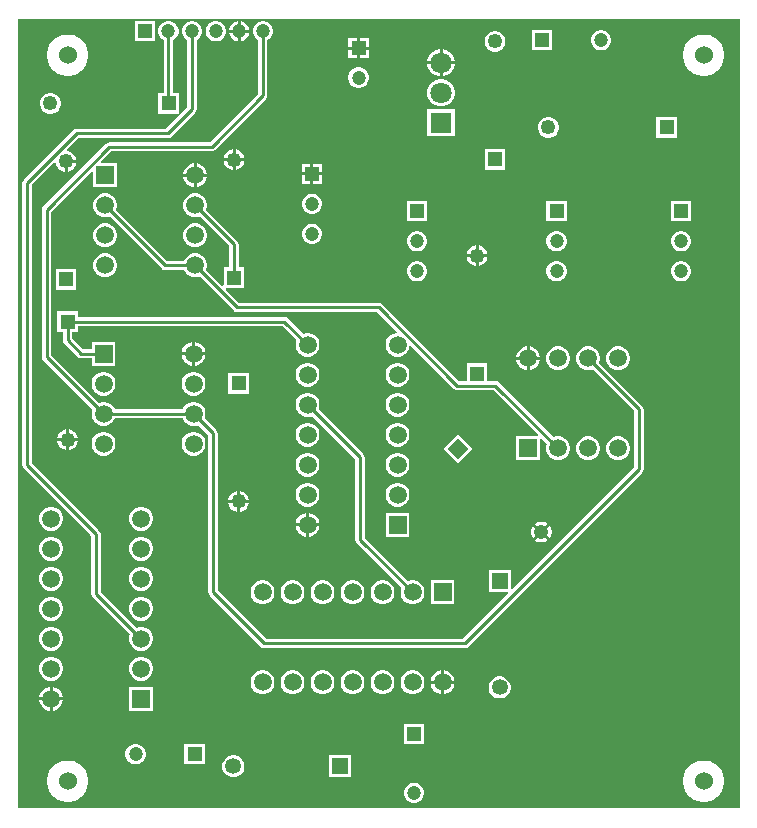
<source format=gbr>
%TF.GenerationSoftware,Altium Limited,Altium Designer,25.1.2 (22)*%
G04 Layer_Physical_Order=1*
G04 Layer_Color=255*
%FSLAX45Y45*%
%MOMM*%
%TF.SameCoordinates,048E6D36-8505-433D-A829-9FA65E1B61E1*%
%TF.FilePolarity,Positive*%
%TF.FileFunction,Copper,L1,Top,Signal*%
%TF.Part,Single*%
G01*
G75*
%TA.AperFunction,Conductor*%
%ADD10C,0.25400*%
%TA.AperFunction,ComponentPad*%
%ADD11C,1.25000*%
%ADD12R,1.25000X1.25000*%
%ADD13C,1.20000*%
%ADD14R,1.20000X1.20000*%
%ADD15C,1.50000*%
%ADD16R,1.50000X1.50000*%
%ADD17R,1.25000X1.25000*%
%ADD18P,1.76777X4X360.0*%
%ADD19R,1.50000X1.50000*%
%TA.AperFunction,ViaPad*%
%ADD20C,1.52400*%
%TA.AperFunction,ComponentPad*%
%ADD21R,1.20000X1.20000*%
%ADD22R,1.80000X1.80000*%
%ADD23C,1.80000*%
%ADD24R,1.35000X1.35000*%
%ADD25C,1.35000*%
%ADD26R,1.35000X1.35000*%
G36*
X6172200Y165100D02*
X63500D01*
Y5969000D01*
Y6845300D01*
X6172200D01*
Y165100D01*
D02*
G37*
%LPC*%
G36*
X1949400Y6828709D02*
Y6756400D01*
X2021709D01*
X2016280Y6776663D01*
X2005037Y6796137D01*
X1989137Y6812037D01*
X1969663Y6823280D01*
X1949400Y6828709D01*
D02*
G37*
G36*
X1924000D02*
X1903737Y6823280D01*
X1884263Y6812037D01*
X1868363Y6796137D01*
X1857120Y6776663D01*
X1851690Y6756400D01*
X1924000D01*
Y6828709D01*
D02*
G37*
G36*
X2021709Y6731000D02*
X1949400D01*
Y6658691D01*
X1969663Y6664120D01*
X1989137Y6675363D01*
X2005037Y6691263D01*
X2016280Y6710737D01*
X2021709Y6731000D01*
D02*
G37*
G36*
X1924000D02*
X1851690D01*
X1857120Y6710737D01*
X1868363Y6691263D01*
X1884263Y6675363D01*
X1903737Y6664120D01*
X1924000Y6658691D01*
Y6731000D01*
D02*
G37*
G36*
X1747943Y6829100D02*
X1725457D01*
X1703737Y6823280D01*
X1684263Y6812037D01*
X1668363Y6796137D01*
X1657120Y6776663D01*
X1651300Y6754943D01*
Y6732457D01*
X1657120Y6710737D01*
X1668363Y6691263D01*
X1684263Y6675363D01*
X1703737Y6664120D01*
X1725457Y6658300D01*
X1747943D01*
X1769663Y6664120D01*
X1789137Y6675363D01*
X1805037Y6691263D01*
X1816280Y6710737D01*
X1822100Y6732457D01*
Y6754943D01*
X1816280Y6776663D01*
X1805037Y6796137D01*
X1789137Y6812037D01*
X1769663Y6823280D01*
X1747943Y6829100D01*
D02*
G37*
G36*
X1222100D02*
X1051300D01*
Y6658300D01*
X1222100D01*
Y6829100D01*
D02*
G37*
G36*
X3031800Y6687398D02*
X2959100D01*
Y6614698D01*
X3031800D01*
Y6687398D01*
D02*
G37*
G36*
X2933700D02*
X2861000D01*
Y6614698D01*
X2933700D01*
Y6687398D01*
D02*
G37*
G36*
X5011042Y6752900D02*
X4988556D01*
X4966836Y6747080D01*
X4947362Y6735837D01*
X4931462Y6719937D01*
X4920219Y6700463D01*
X4914399Y6678743D01*
Y6656257D01*
X4920219Y6634537D01*
X4931462Y6615063D01*
X4947362Y6599163D01*
X4966836Y6587920D01*
X4988556Y6582100D01*
X5011042D01*
X5032762Y6587920D01*
X5052236Y6599163D01*
X5068136Y6615063D01*
X5079379Y6634537D01*
X5085199Y6656257D01*
Y6678743D01*
X5079379Y6700463D01*
X5068136Y6719937D01*
X5052236Y6735837D01*
X5032762Y6747080D01*
X5011042Y6752900D01*
D02*
G37*
G36*
X4585200D02*
X4414400D01*
Y6582100D01*
X4585200D01*
Y6752900D01*
D02*
G37*
G36*
X4113672Y6747400D02*
X4090528D01*
X4068172Y6741410D01*
X4048128Y6729837D01*
X4031763Y6713472D01*
X4020190Y6693428D01*
X4014200Y6671072D01*
Y6647928D01*
X4020190Y6625572D01*
X4031763Y6605528D01*
X4048128Y6589163D01*
X4068172Y6577590D01*
X4090528Y6571600D01*
X4113672D01*
X4136028Y6577590D01*
X4156072Y6589163D01*
X4172437Y6605528D01*
X4184010Y6625572D01*
X4190000Y6647928D01*
Y6671072D01*
X4184010Y6693428D01*
X4172437Y6713472D01*
X4156072Y6729837D01*
X4136028Y6741410D01*
X4113672Y6747400D01*
D02*
G37*
G36*
X3031800Y6589298D02*
X2959100D01*
Y6516599D01*
X3031800D01*
Y6589298D01*
D02*
G37*
G36*
X2933700D02*
X2861000D01*
Y6516599D01*
X2933700D01*
Y6589298D01*
D02*
G37*
G36*
X3660093Y6592400D02*
X3657600D01*
Y6489700D01*
X3760300D01*
Y6492193D01*
X3752435Y6521543D01*
X3737243Y6547857D01*
X3715757Y6569343D01*
X3689443Y6584536D01*
X3660093Y6592400D01*
D02*
G37*
G36*
X3632200D02*
X3629707D01*
X3600357Y6584536D01*
X3574043Y6569343D01*
X3552557Y6547857D01*
X3537365Y6521543D01*
X3529500Y6492193D01*
Y6489700D01*
X3632200D01*
Y6592400D01*
D02*
G37*
G36*
X5884675Y6715900D02*
X5850125D01*
X5816238Y6709159D01*
X5784317Y6695937D01*
X5755589Y6676742D01*
X5731158Y6652311D01*
X5711963Y6623583D01*
X5698741Y6591662D01*
X5692000Y6557775D01*
Y6523225D01*
X5698741Y6489338D01*
X5711963Y6457417D01*
X5731158Y6428689D01*
X5755589Y6404258D01*
X5784317Y6385063D01*
X5816238Y6371841D01*
X5850125Y6365100D01*
X5884675D01*
X5918562Y6371841D01*
X5950483Y6385063D01*
X5979211Y6404258D01*
X6003642Y6428689D01*
X6022837Y6457417D01*
X6036059Y6489338D01*
X6042800Y6523225D01*
Y6557775D01*
X6036059Y6591662D01*
X6022837Y6623583D01*
X6003642Y6652311D01*
X5979211Y6676742D01*
X5950483Y6695937D01*
X5918562Y6709159D01*
X5884675Y6715900D01*
D02*
G37*
G36*
X499875D02*
X465325D01*
X431438Y6709159D01*
X399517Y6695937D01*
X370789Y6676742D01*
X346358Y6652311D01*
X327163Y6623583D01*
X313941Y6591662D01*
X307200Y6557775D01*
Y6523225D01*
X313941Y6489338D01*
X327163Y6457417D01*
X346358Y6428689D01*
X370789Y6404258D01*
X399517Y6385063D01*
X431438Y6371841D01*
X465325Y6365100D01*
X499875D01*
X533762Y6371841D01*
X565683Y6385063D01*
X594411Y6404258D01*
X618842Y6428689D01*
X638037Y6457417D01*
X651259Y6489338D01*
X658000Y6523225D01*
Y6557775D01*
X651259Y6591662D01*
X638037Y6623583D01*
X618842Y6652311D01*
X594411Y6676742D01*
X565683Y6695937D01*
X533762Y6709159D01*
X499875Y6715900D01*
D02*
G37*
G36*
X3760300Y6464300D02*
X3657600D01*
Y6361600D01*
X3660093D01*
X3689443Y6369465D01*
X3715757Y6384658D01*
X3737243Y6406143D01*
X3752435Y6432458D01*
X3760300Y6461807D01*
Y6464300D01*
D02*
G37*
G36*
X3632200D02*
X3529500D01*
Y6461807D01*
X3537365Y6432458D01*
X3552557Y6406143D01*
X3574043Y6384658D01*
X3600357Y6369465D01*
X3629707Y6361600D01*
X3632200D01*
Y6464300D01*
D02*
G37*
G36*
X2957643Y6437401D02*
X2935157D01*
X2913437Y6431581D01*
X2893963Y6420338D01*
X2878063Y6404438D01*
X2866820Y6384965D01*
X2861000Y6363245D01*
Y6340758D01*
X2866820Y6319038D01*
X2878063Y6299565D01*
X2893963Y6283665D01*
X2913437Y6272422D01*
X2935157Y6266602D01*
X2957643D01*
X2979363Y6272422D01*
X2998837Y6283665D01*
X3014737Y6299565D01*
X3025980Y6319038D01*
X3031800Y6340758D01*
Y6363245D01*
X3025980Y6384965D01*
X3014737Y6404438D01*
X2998837Y6420338D01*
X2979363Y6431581D01*
X2957643Y6437401D01*
D02*
G37*
G36*
X3660093Y6338400D02*
X3629707D01*
X3600357Y6330536D01*
X3574043Y6315343D01*
X3552557Y6293857D01*
X3537365Y6267543D01*
X3529500Y6238193D01*
Y6207807D01*
X3537365Y6178458D01*
X3552557Y6152143D01*
X3574043Y6130658D01*
X3600357Y6115465D01*
X3629707Y6107600D01*
X3660093D01*
X3689443Y6115465D01*
X3715757Y6130658D01*
X3737243Y6152143D01*
X3752435Y6178458D01*
X3760300Y6207807D01*
Y6238193D01*
X3752435Y6267543D01*
X3737243Y6293857D01*
X3715757Y6315343D01*
X3689443Y6330536D01*
X3660093Y6338400D01*
D02*
G37*
G36*
X1347943Y6829100D02*
X1325457D01*
X1303737Y6823280D01*
X1284263Y6812037D01*
X1268363Y6796137D01*
X1257120Y6776663D01*
X1251300Y6754943D01*
Y6732457D01*
X1257120Y6710737D01*
X1268363Y6691263D01*
X1284263Y6675363D01*
X1297854Y6667517D01*
Y6222000D01*
X1250300D01*
Y6046200D01*
X1426100D01*
Y6222000D01*
X1375547D01*
Y6667517D01*
X1389137Y6675363D01*
X1405037Y6691263D01*
X1416280Y6710737D01*
X1422100Y6732457D01*
Y6754943D01*
X1416280Y6776663D01*
X1405037Y6796137D01*
X1389137Y6812037D01*
X1369663Y6823280D01*
X1347943Y6829100D01*
D02*
G37*
G36*
X349772Y6222000D02*
X326628D01*
X304272Y6216010D01*
X284228Y6204437D01*
X267863Y6188072D01*
X256290Y6168028D01*
X250300Y6145672D01*
Y6122528D01*
X256290Y6100172D01*
X267863Y6080128D01*
X284228Y6063763D01*
X304272Y6052190D01*
X326628Y6046200D01*
X349772D01*
X372128Y6052190D01*
X392172Y6063763D01*
X408537Y6080128D01*
X420110Y6100172D01*
X426100Y6122528D01*
Y6145672D01*
X420110Y6168028D01*
X408537Y6188072D01*
X392172Y6204437D01*
X372128Y6216010D01*
X349772Y6222000D01*
D02*
G37*
G36*
X3760300Y6084400D02*
X3529500D01*
Y5853600D01*
X3760300D01*
Y6084400D01*
D02*
G37*
G36*
X5642499Y6018800D02*
X5466699D01*
Y5843000D01*
X5642499D01*
Y6018800D01*
D02*
G37*
G36*
X4566173D02*
X4543029D01*
X4520673Y6012810D01*
X4500629Y6001237D01*
X4484264Y5984872D01*
X4472691Y5964828D01*
X4466701Y5942472D01*
Y5919328D01*
X4472691Y5896972D01*
X4484264Y5876928D01*
X4500629Y5860563D01*
X4520673Y5848990D01*
X4543029Y5843000D01*
X4566173D01*
X4588529Y5848990D01*
X4608573Y5860563D01*
X4624938Y5876928D01*
X4636511Y5896972D01*
X4642501Y5919328D01*
Y5942472D01*
X4636511Y5964828D01*
X4624938Y5984872D01*
X4608573Y6001237D01*
X4588529Y6012810D01*
X4566173Y6018800D01*
D02*
G37*
G36*
X1905000Y5743798D02*
Y5668900D01*
X1979898D01*
X1974210Y5690128D01*
X1962637Y5710172D01*
X1946272Y5726537D01*
X1926228Y5738110D01*
X1905000Y5743798D01*
D02*
G37*
G36*
X1879600D02*
X1858372Y5738110D01*
X1838328Y5726537D01*
X1821963Y5710172D01*
X1810390Y5690128D01*
X1804702Y5668900D01*
X1879600D01*
Y5743798D01*
D02*
G37*
G36*
X4190000Y5747402D02*
X4014200D01*
Y5571602D01*
X4190000D01*
Y5747402D01*
D02*
G37*
G36*
X1979898Y5643500D02*
X1905000D01*
Y5568602D01*
X1926228Y5574290D01*
X1946272Y5585863D01*
X1962637Y5602228D01*
X1974210Y5622272D01*
X1979898Y5643500D01*
D02*
G37*
G36*
X1879600D02*
X1804702D01*
X1810390Y5622272D01*
X1821963Y5602228D01*
X1838328Y5585863D01*
X1858372Y5574290D01*
X1879600Y5568602D01*
Y5643500D01*
D02*
G37*
G36*
X557498Y5630800D02*
X482600D01*
Y5555902D01*
X503828Y5561590D01*
X523872Y5573163D01*
X540237Y5589528D01*
X551810Y5609572D01*
X557498Y5630800D01*
D02*
G37*
G36*
X1547943Y6829100D02*
X1525457D01*
X1503737Y6823280D01*
X1484263Y6812037D01*
X1468363Y6796137D01*
X1457120Y6776663D01*
X1451300Y6754943D01*
Y6732457D01*
X1457120Y6710737D01*
X1468363Y6691263D01*
X1484263Y6675363D01*
X1497853Y6667517D01*
Y6099391D01*
X1317409Y5918947D01*
X558800D01*
X543934Y5915989D01*
X531331Y5907569D01*
X112231Y5488469D01*
X103811Y5475866D01*
X100853Y5461000D01*
Y3073400D01*
X103811Y3058534D01*
X112231Y3045931D01*
X685053Y2473109D01*
Y1981200D01*
X688011Y1966334D01*
X696431Y1953731D01*
X1011314Y1638849D01*
X1004500Y1613418D01*
Y1586982D01*
X1011342Y1561447D01*
X1024560Y1538553D01*
X1043253Y1519860D01*
X1066147Y1506642D01*
X1091682Y1499800D01*
X1118118D01*
X1143653Y1506642D01*
X1166547Y1519860D01*
X1185240Y1538553D01*
X1198458Y1561447D01*
X1205300Y1586982D01*
Y1613418D01*
X1198458Y1638953D01*
X1185240Y1661847D01*
X1166547Y1680540D01*
X1143653Y1693758D01*
X1118118Y1700600D01*
X1091682D01*
X1066251Y1693786D01*
X762747Y1997291D01*
Y2489200D01*
X759789Y2504066D01*
X751369Y2516669D01*
X178547Y3089491D01*
Y5444909D01*
X370378Y5636741D01*
X375337Y5634688D01*
X382322Y5630725D01*
X387990Y5609572D01*
X399563Y5589528D01*
X415928Y5573163D01*
X435972Y5561590D01*
X457200Y5555902D01*
Y5643500D01*
X469900D01*
Y5656200D01*
X557498D01*
X551810Y5677428D01*
X540237Y5697472D01*
X523872Y5713837D01*
X503828Y5725410D01*
X482675Y5731078D01*
X478712Y5738063D01*
X476659Y5743022D01*
X574891Y5841253D01*
X1333500D01*
X1348366Y5844211D01*
X1360969Y5852631D01*
X1564169Y6055831D01*
X1572589Y6068434D01*
X1575547Y6083300D01*
Y6667517D01*
X1589137Y6675363D01*
X1605037Y6691263D01*
X1616280Y6710737D01*
X1622100Y6732457D01*
Y6754943D01*
X1616280Y6776663D01*
X1605037Y6796137D01*
X1589137Y6812037D01*
X1569663Y6823280D01*
X1547943Y6829100D01*
D02*
G37*
G36*
X2637600Y5622600D02*
X2564900D01*
Y5549900D01*
X2637600D01*
Y5622600D01*
D02*
G37*
G36*
X2539500D02*
X2466800D01*
Y5549900D01*
X2539500D01*
Y5622600D01*
D02*
G37*
G36*
X1575318Y5624900D02*
X1574800D01*
Y5537200D01*
X1662500D01*
Y5537718D01*
X1655658Y5563253D01*
X1642440Y5586147D01*
X1623747Y5604840D01*
X1600853Y5618058D01*
X1575318Y5624900D01*
D02*
G37*
G36*
X1549400D02*
X1548882D01*
X1523347Y5618058D01*
X1500453Y5604840D01*
X1481760Y5586147D01*
X1468542Y5563253D01*
X1461700Y5537718D01*
Y5537200D01*
X1549400D01*
Y5624900D01*
D02*
G37*
G36*
X2637600Y5524500D02*
X2564900D01*
Y5451800D01*
X2637600D01*
Y5524500D01*
D02*
G37*
G36*
X2539500D02*
X2466800D01*
Y5451800D01*
X2539500D01*
Y5524500D01*
D02*
G37*
G36*
X1662500Y5511800D02*
X1574800D01*
Y5424100D01*
X1575318D01*
X1600853Y5430942D01*
X1623747Y5444160D01*
X1642440Y5462853D01*
X1655658Y5485747D01*
X1662500Y5511282D01*
Y5511800D01*
D02*
G37*
G36*
X1549400D02*
X1461700D01*
Y5511282D01*
X1468542Y5485747D01*
X1481760Y5462853D01*
X1500453Y5444160D01*
X1523347Y5430942D01*
X1548882Y5424100D01*
X1549400D01*
Y5511800D01*
D02*
G37*
G36*
X2147943Y6829100D02*
X2125457D01*
X2103737Y6823280D01*
X2084263Y6812037D01*
X2068363Y6796137D01*
X2057120Y6776663D01*
X2051300Y6754943D01*
Y6732457D01*
X2057120Y6710737D01*
X2068363Y6691263D01*
X2084263Y6675363D01*
X2097854Y6667517D01*
Y6216791D01*
X1685709Y5804647D01*
X837518D01*
X822652Y5801689D01*
X810050Y5793269D01*
X277331Y5260550D01*
X268911Y5247948D01*
X265953Y5233082D01*
Y3987800D01*
X268911Y3972934D01*
X277331Y3960331D01*
X693814Y3543849D01*
X687000Y3518418D01*
Y3491982D01*
X693842Y3466447D01*
X707060Y3443553D01*
X725753Y3424860D01*
X748647Y3411642D01*
X774182Y3404800D01*
X800618D01*
X826153Y3411642D01*
X849047Y3424860D01*
X867740Y3443553D01*
X880904Y3466353D01*
X1455896D01*
X1469060Y3443553D01*
X1487753Y3424860D01*
X1510647Y3411642D01*
X1536182Y3404800D01*
X1562618D01*
X1588049Y3411614D01*
X1675653Y3324009D01*
Y1993900D01*
X1678611Y1979034D01*
X1687031Y1966431D01*
X2118831Y1534631D01*
X2131434Y1526211D01*
X2146300Y1523253D01*
X3848100D01*
X3862966Y1526211D01*
X3875569Y1534631D01*
X5348769Y3007831D01*
X5357189Y3020434D01*
X5360147Y3035300D01*
Y3543300D01*
X5357189Y3558166D01*
X5348769Y3570769D01*
X4983086Y3936451D01*
X4989900Y3961882D01*
Y3988318D01*
X4983058Y4013853D01*
X4969840Y4036747D01*
X4951147Y4055440D01*
X4928253Y4068658D01*
X4902718Y4075500D01*
X4876282D01*
X4850747Y4068658D01*
X4827853Y4055440D01*
X4809160Y4036747D01*
X4795942Y4013853D01*
X4789100Y3988318D01*
Y3961882D01*
X4795942Y3936347D01*
X4809160Y3913453D01*
X4827853Y3894760D01*
X4850747Y3881542D01*
X4876282Y3874700D01*
X4902718D01*
X4928149Y3881514D01*
X5282453Y3527209D01*
Y3051391D01*
X4244833Y2013770D01*
X4233100Y2018631D01*
Y2181202D01*
X4047300D01*
Y1995402D01*
X4209871D01*
X4214731Y1983668D01*
X3832009Y1600947D01*
X2162391D01*
X1753347Y2009991D01*
Y3340100D01*
X1750389Y3354966D01*
X1741969Y3367569D01*
X1642986Y3466551D01*
X1649800Y3491982D01*
Y3518418D01*
X1642958Y3543953D01*
X1629740Y3566847D01*
X1611047Y3585540D01*
X1588153Y3598758D01*
X1562618Y3605600D01*
X1536182D01*
X1510647Y3598758D01*
X1487753Y3585540D01*
X1469060Y3566847D01*
X1455896Y3544047D01*
X880904D01*
X867740Y3566847D01*
X849047Y3585540D01*
X826153Y3598758D01*
X800618Y3605600D01*
X774182D01*
X748751Y3598786D01*
X343647Y4003891D01*
Y5216991D01*
X687967Y5561311D01*
X699700Y5556451D01*
Y5424100D01*
X900500D01*
Y5624900D01*
X768149D01*
X763289Y5636633D01*
X853609Y5726953D01*
X1701800D01*
X1716666Y5729911D01*
X1729269Y5738331D01*
X2164169Y6173231D01*
X2172590Y6185834D01*
X2175547Y6200700D01*
Y6667517D01*
X2189137Y6675363D01*
X2205037Y6691263D01*
X2216280Y6710737D01*
X2222100Y6732457D01*
Y6754943D01*
X2216280Y6776663D01*
X2205037Y6796137D01*
X2189137Y6812037D01*
X2169663Y6823280D01*
X2147943Y6829100D01*
D02*
G37*
G36*
X2563443Y5368600D02*
X2540957D01*
X2519237Y5362780D01*
X2499763Y5351537D01*
X2483863Y5335637D01*
X2472620Y5316163D01*
X2466800Y5294443D01*
Y5271957D01*
X2472620Y5250237D01*
X2483863Y5230763D01*
X2499763Y5214863D01*
X2519237Y5203620D01*
X2540957Y5197800D01*
X2563443D01*
X2585163Y5203620D01*
X2604637Y5214863D01*
X2620537Y5230763D01*
X2631780Y5250237D01*
X2637600Y5271957D01*
Y5294443D01*
X2631780Y5316163D01*
X2620537Y5335637D01*
X2604637Y5351537D01*
X2585163Y5362780D01*
X2563443Y5368600D01*
D02*
G37*
G36*
X5762300Y5305100D02*
X5591500D01*
Y5134300D01*
X5762300D01*
Y5305100D01*
D02*
G37*
G36*
X4708200D02*
X4537400D01*
Y5134300D01*
X4708200D01*
Y5305100D01*
D02*
G37*
G36*
X3526602D02*
X3355802D01*
Y5134300D01*
X3526602D01*
Y5305100D01*
D02*
G37*
G36*
X2563443Y5114600D02*
X2540957D01*
X2519237Y5108780D01*
X2499763Y5097537D01*
X2483863Y5081637D01*
X2472620Y5062163D01*
X2466800Y5040443D01*
Y5017957D01*
X2472620Y4996237D01*
X2483863Y4976763D01*
X2499763Y4960863D01*
X2519237Y4949620D01*
X2540957Y4943800D01*
X2563443D01*
X2585163Y4949620D01*
X2604637Y4960863D01*
X2620537Y4976763D01*
X2631780Y4996237D01*
X2637600Y5017957D01*
Y5040443D01*
X2631780Y5062163D01*
X2620537Y5081637D01*
X2604637Y5097537D01*
X2585163Y5108780D01*
X2563443Y5114600D01*
D02*
G37*
G36*
X1575318Y5116900D02*
X1548882D01*
X1523347Y5110058D01*
X1500453Y5096840D01*
X1481760Y5078147D01*
X1468542Y5055253D01*
X1461700Y5029718D01*
Y5003282D01*
X1468542Y4977747D01*
X1481760Y4954853D01*
X1500453Y4936160D01*
X1523347Y4922942D01*
X1548882Y4916100D01*
X1575318D01*
X1600853Y4922942D01*
X1623747Y4936160D01*
X1642440Y4954853D01*
X1655658Y4977747D01*
X1662500Y5003282D01*
Y5029718D01*
X1655658Y5055253D01*
X1642440Y5078147D01*
X1623747Y5096840D01*
X1600853Y5110058D01*
X1575318Y5116900D01*
D02*
G37*
G36*
X813318D02*
X786882D01*
X761347Y5110058D01*
X738453Y5096840D01*
X719760Y5078147D01*
X706542Y5055253D01*
X699700Y5029718D01*
Y5003282D01*
X706542Y4977747D01*
X719760Y4954853D01*
X738453Y4936160D01*
X761347Y4922942D01*
X786882Y4916100D01*
X813318D01*
X838853Y4922942D01*
X861747Y4936160D01*
X880440Y4954853D01*
X893658Y4977747D01*
X900500Y5003282D01*
Y5029718D01*
X893658Y5055253D01*
X880440Y5078147D01*
X861747Y5096840D01*
X838853Y5110058D01*
X813318Y5116900D01*
D02*
G37*
G36*
X5688143Y5051100D02*
X5665657D01*
X5643937Y5045280D01*
X5624463Y5034037D01*
X5608563Y5018137D01*
X5597320Y4998663D01*
X5591500Y4976943D01*
Y4954457D01*
X5597320Y4932737D01*
X5608563Y4913263D01*
X5624463Y4897363D01*
X5643937Y4886120D01*
X5665657Y4880300D01*
X5688143D01*
X5709863Y4886120D01*
X5729337Y4897363D01*
X5745237Y4913263D01*
X5756480Y4932737D01*
X5762300Y4954457D01*
Y4976943D01*
X5756480Y4998663D01*
X5745237Y5018137D01*
X5729337Y5034037D01*
X5709863Y5045280D01*
X5688143Y5051100D01*
D02*
G37*
G36*
X4634043D02*
X4611557D01*
X4589837Y5045280D01*
X4570363Y5034037D01*
X4554463Y5018137D01*
X4543220Y4998663D01*
X4537400Y4976943D01*
Y4954457D01*
X4543220Y4932737D01*
X4554463Y4913263D01*
X4570363Y4897363D01*
X4589837Y4886120D01*
X4611557Y4880300D01*
X4634043D01*
X4655763Y4886120D01*
X4675237Y4897363D01*
X4691137Y4913263D01*
X4702380Y4932737D01*
X4708200Y4954457D01*
Y4976943D01*
X4702380Y4998663D01*
X4691137Y5018137D01*
X4675237Y5034037D01*
X4655763Y5045280D01*
X4634043Y5051100D01*
D02*
G37*
G36*
X3452445D02*
X3429959D01*
X3408239Y5045280D01*
X3388765Y5034037D01*
X3372865Y5018137D01*
X3361622Y4998663D01*
X3355802Y4976943D01*
Y4954457D01*
X3361622Y4932737D01*
X3372865Y4913263D01*
X3388765Y4897363D01*
X3408239Y4886120D01*
X3429959Y4880300D01*
X3452445D01*
X3474165Y4886120D01*
X3493639Y4897363D01*
X3509539Y4913263D01*
X3520782Y4932737D01*
X3526602Y4954457D01*
Y4976943D01*
X3520782Y4998663D01*
X3509539Y5018137D01*
X3493639Y5034037D01*
X3474165Y5045280D01*
X3452445Y5051100D01*
D02*
G37*
G36*
X3962400Y4930998D02*
Y4856100D01*
X4037298D01*
X4031610Y4877328D01*
X4020037Y4897372D01*
X4003672Y4913737D01*
X3983628Y4925310D01*
X3962400Y4930998D01*
D02*
G37*
G36*
X3937000D02*
X3915772Y4925310D01*
X3895728Y4913737D01*
X3879363Y4897372D01*
X3867790Y4877328D01*
X3862102Y4856100D01*
X3937000D01*
Y4930998D01*
D02*
G37*
G36*
X4037298Y4830700D02*
X3962400D01*
Y4755802D01*
X3983628Y4761490D01*
X4003672Y4773063D01*
X4020037Y4789428D01*
X4031610Y4809472D01*
X4037298Y4830700D01*
D02*
G37*
G36*
X3937000D02*
X3862102D01*
X3867790Y4809472D01*
X3879363Y4789428D01*
X3895728Y4773063D01*
X3915772Y4761490D01*
X3937000Y4755802D01*
Y4830700D01*
D02*
G37*
G36*
X813318Y4862900D02*
X786882D01*
X761347Y4856058D01*
X738453Y4842840D01*
X719760Y4824147D01*
X706542Y4801253D01*
X699700Y4775718D01*
Y4749282D01*
X706542Y4723747D01*
X719760Y4700853D01*
X738453Y4682160D01*
X761347Y4668942D01*
X786882Y4662100D01*
X813318D01*
X838853Y4668942D01*
X861747Y4682160D01*
X880440Y4700853D01*
X893658Y4723747D01*
X900500Y4749282D01*
Y4775718D01*
X893658Y4801253D01*
X880440Y4824147D01*
X861747Y4842840D01*
X838853Y4856058D01*
X813318Y4862900D01*
D02*
G37*
G36*
X5688143Y4797100D02*
X5665657D01*
X5643937Y4791280D01*
X5624463Y4780037D01*
X5608563Y4764137D01*
X5597320Y4744663D01*
X5591500Y4722943D01*
Y4700457D01*
X5597320Y4678737D01*
X5608563Y4659263D01*
X5624463Y4643363D01*
X5643937Y4632120D01*
X5665657Y4626300D01*
X5688143D01*
X5709863Y4632120D01*
X5729337Y4643363D01*
X5745237Y4659263D01*
X5756480Y4678737D01*
X5762300Y4700457D01*
Y4722943D01*
X5756480Y4744663D01*
X5745237Y4764137D01*
X5729337Y4780037D01*
X5709863Y4791280D01*
X5688143Y4797100D01*
D02*
G37*
G36*
X4634043D02*
X4611557D01*
X4589837Y4791280D01*
X4570363Y4780037D01*
X4554463Y4764137D01*
X4543220Y4744663D01*
X4537400Y4722943D01*
Y4700457D01*
X4543220Y4678737D01*
X4554463Y4659263D01*
X4570363Y4643363D01*
X4589837Y4632120D01*
X4611557Y4626300D01*
X4634043D01*
X4655763Y4632120D01*
X4675237Y4643363D01*
X4691137Y4659263D01*
X4702380Y4678737D01*
X4708200Y4700457D01*
Y4722943D01*
X4702380Y4744663D01*
X4691137Y4764137D01*
X4675237Y4780037D01*
X4655763Y4791280D01*
X4634043Y4797100D01*
D02*
G37*
G36*
X3452445D02*
X3429959D01*
X3408239Y4791280D01*
X3388765Y4780037D01*
X3372865Y4764137D01*
X3361622Y4744663D01*
X3355802Y4722943D01*
Y4700457D01*
X3361622Y4678737D01*
X3372865Y4659263D01*
X3388765Y4643363D01*
X3408239Y4632120D01*
X3429959Y4626300D01*
X3452445D01*
X3474165Y4632120D01*
X3493639Y4643363D01*
X3509539Y4659263D01*
X3520782Y4678737D01*
X3526602Y4700457D01*
Y4722943D01*
X3520782Y4744663D01*
X3509539Y4764137D01*
X3493639Y4780037D01*
X3474165Y4791280D01*
X3452445Y4797100D01*
D02*
G37*
G36*
X1575318Y5370900D02*
X1548882D01*
X1523347Y5364058D01*
X1500453Y5350840D01*
X1481760Y5332147D01*
X1468542Y5309253D01*
X1461700Y5283718D01*
Y5257282D01*
X1468542Y5231747D01*
X1481760Y5208853D01*
X1500453Y5190160D01*
X1523347Y5176942D01*
X1548882Y5170100D01*
X1575318D01*
X1600749Y5176914D01*
X1853453Y4924209D01*
Y4744100D01*
X1804400D01*
Y4591731D01*
X1792667Y4586870D01*
X1655686Y4723851D01*
X1662500Y4749282D01*
Y4775718D01*
X1655658Y4801253D01*
X1642440Y4824147D01*
X1623747Y4842840D01*
X1600853Y4856058D01*
X1575318Y4862900D01*
X1548882D01*
X1523347Y4856058D01*
X1500453Y4842840D01*
X1481760Y4824147D01*
X1468596Y4801347D01*
X1324191D01*
X893686Y5231851D01*
X900500Y5257282D01*
Y5283718D01*
X893658Y5309253D01*
X880440Y5332147D01*
X861747Y5350840D01*
X838853Y5364058D01*
X813318Y5370900D01*
X786882D01*
X761347Y5364058D01*
X738453Y5350840D01*
X719760Y5332147D01*
X706542Y5309253D01*
X699700Y5283718D01*
Y5257282D01*
X706542Y5231747D01*
X719760Y5208853D01*
X738453Y5190160D01*
X761347Y5176942D01*
X786882Y5170100D01*
X813318D01*
X838749Y5176914D01*
X1280631Y4735031D01*
X1293234Y4726611D01*
X1308100Y4723653D01*
X1468596D01*
X1481760Y4700853D01*
X1500453Y4682160D01*
X1523347Y4668942D01*
X1548882Y4662100D01*
X1575318D01*
X1600749Y4668914D01*
X1890231Y4379431D01*
X1902834Y4371011D01*
X1917700Y4368053D01*
X3102957D01*
X3269477Y4201533D01*
X3264617Y4189800D01*
X3263382D01*
X3237847Y4182958D01*
X3214953Y4169740D01*
X3196260Y4151047D01*
X3183042Y4128153D01*
X3176200Y4102618D01*
Y4076182D01*
X3183042Y4050647D01*
X3196260Y4027753D01*
X3214953Y4009060D01*
X3237847Y3995842D01*
X3263382Y3989000D01*
X3289818D01*
X3315353Y3995842D01*
X3338247Y4009060D01*
X3356940Y4027753D01*
X3370158Y4050647D01*
X3377000Y4076182D01*
Y4077417D01*
X3388733Y4082277D01*
X3755679Y3715331D01*
X3768282Y3706911D01*
X3783148Y3703953D01*
X4089709D01*
X4468430Y3325233D01*
X4463569Y3313500D01*
X4281100D01*
Y3112700D01*
X4481900D01*
Y3295169D01*
X4493633Y3300030D01*
X4541914Y3251749D01*
X4535100Y3226318D01*
Y3199882D01*
X4541942Y3174347D01*
X4555160Y3151453D01*
X4573853Y3132760D01*
X4596747Y3119542D01*
X4622282Y3112700D01*
X4648718D01*
X4674253Y3119542D01*
X4697147Y3132760D01*
X4715840Y3151453D01*
X4729058Y3174347D01*
X4735900Y3199882D01*
Y3226318D01*
X4729058Y3251853D01*
X4715840Y3274747D01*
X4697147Y3293440D01*
X4674253Y3306658D01*
X4648718Y3313500D01*
X4622282D01*
X4596851Y3306686D01*
X4133269Y3770269D01*
X4120666Y3778689D01*
X4105800Y3781646D01*
X4037600D01*
Y3931300D01*
X3861800D01*
Y3781646D01*
X3799238D01*
X3146516Y4434369D01*
X3133913Y4442789D01*
X3119048Y4445747D01*
X1933791D01*
X1822970Y4556567D01*
X1827831Y4568300D01*
X1980200D01*
Y4744100D01*
X1931147D01*
Y4940300D01*
X1928189Y4955166D01*
X1919769Y4967769D01*
X1655686Y5231851D01*
X1662500Y5257282D01*
Y5283718D01*
X1655658Y5309253D01*
X1642440Y5332147D01*
X1623747Y5350840D01*
X1600853Y5364058D01*
X1575318Y5370900D01*
D02*
G37*
G36*
X557800Y4731400D02*
X382000D01*
Y4555600D01*
X557800D01*
Y4731400D01*
D02*
G37*
G36*
X1562618Y4113600D02*
X1562100D01*
Y4025900D01*
X1649800D01*
Y4026418D01*
X1642958Y4051953D01*
X1629740Y4074847D01*
X1611047Y4093540D01*
X1588153Y4106758D01*
X1562618Y4113600D01*
D02*
G37*
G36*
X1536700D02*
X1536182D01*
X1510647Y4106758D01*
X1487753Y4093540D01*
X1469060Y4074847D01*
X1455842Y4051953D01*
X1449000Y4026418D01*
Y4025900D01*
X1536700D01*
Y4113600D01*
D02*
G37*
G36*
X570500Y4372500D02*
X394700D01*
Y4196700D01*
X443753D01*
Y4127500D01*
X446711Y4112634D01*
X455131Y4100031D01*
X569431Y3985731D01*
X582034Y3977311D01*
X596900Y3974353D01*
X687000D01*
Y3912800D01*
X887800D01*
Y4113600D01*
X687000D01*
Y4052047D01*
X612991D01*
X521447Y4143591D01*
Y4196700D01*
X570500D01*
Y4245754D01*
X2303309D01*
X2421014Y4128049D01*
X2414200Y4102618D01*
Y4076182D01*
X2421042Y4050647D01*
X2434260Y4027753D01*
X2452953Y4009060D01*
X2475847Y3995842D01*
X2501382Y3989000D01*
X2527818D01*
X2553353Y3995842D01*
X2576247Y4009060D01*
X2594940Y4027753D01*
X2608158Y4050647D01*
X2615000Y4076182D01*
Y4102618D01*
X2608158Y4128153D01*
X2594940Y4151047D01*
X2576247Y4169740D01*
X2553353Y4182958D01*
X2527818Y4189800D01*
X2501382D01*
X2475951Y4182986D01*
X2346869Y4312069D01*
X2334266Y4320489D01*
X2319400Y4323447D01*
X570500D01*
Y4372500D01*
D02*
G37*
G36*
X4394718Y4075500D02*
X4394200D01*
Y3987800D01*
X4481900D01*
Y3988318D01*
X4475058Y4013853D01*
X4461840Y4036747D01*
X4443147Y4055440D01*
X4420253Y4068658D01*
X4394718Y4075500D01*
D02*
G37*
G36*
X4368800D02*
X4368282D01*
X4342747Y4068658D01*
X4319853Y4055440D01*
X4301160Y4036747D01*
X4287942Y4013853D01*
X4281100Y3988318D01*
Y3987800D01*
X4368800D01*
Y4075500D01*
D02*
G37*
G36*
X1649800Y4000500D02*
X1562100D01*
Y3912800D01*
X1562618D01*
X1588153Y3919642D01*
X1611047Y3932860D01*
X1629740Y3951553D01*
X1642958Y3974447D01*
X1649800Y3999982D01*
Y4000500D01*
D02*
G37*
G36*
X1536700D02*
X1449000D01*
Y3999982D01*
X1455842Y3974447D01*
X1469060Y3951553D01*
X1487753Y3932860D01*
X1510647Y3919642D01*
X1536182Y3912800D01*
X1536700D01*
Y4000500D01*
D02*
G37*
G36*
X5156718Y4075500D02*
X5130282D01*
X5104747Y4068658D01*
X5081853Y4055440D01*
X5063160Y4036747D01*
X5049942Y4013853D01*
X5043100Y3988318D01*
Y3961882D01*
X5049942Y3936347D01*
X5063160Y3913453D01*
X5081853Y3894760D01*
X5104747Y3881542D01*
X5130282Y3874700D01*
X5156718D01*
X5182253Y3881542D01*
X5205147Y3894760D01*
X5223840Y3913453D01*
X5237058Y3936347D01*
X5243900Y3961882D01*
Y3988318D01*
X5237058Y4013853D01*
X5223840Y4036747D01*
X5205147Y4055440D01*
X5182253Y4068658D01*
X5156718Y4075500D01*
D02*
G37*
G36*
X4648718D02*
X4622282D01*
X4596747Y4068658D01*
X4573853Y4055440D01*
X4555160Y4036747D01*
X4541942Y4013853D01*
X4535100Y3988318D01*
Y3961882D01*
X4541942Y3936347D01*
X4555160Y3913453D01*
X4573853Y3894760D01*
X4596747Y3881542D01*
X4622282Y3874700D01*
X4648718D01*
X4674253Y3881542D01*
X4697147Y3894760D01*
X4715840Y3913453D01*
X4729058Y3936347D01*
X4735900Y3961882D01*
Y3988318D01*
X4729058Y4013853D01*
X4715840Y4036747D01*
X4697147Y4055440D01*
X4674253Y4068658D01*
X4648718Y4075500D01*
D02*
G37*
G36*
X4481900Y3962400D02*
X4394200D01*
Y3874700D01*
X4394718D01*
X4420253Y3881542D01*
X4443147Y3894760D01*
X4461840Y3913453D01*
X4475058Y3936347D01*
X4481900Y3961882D01*
Y3962400D01*
D02*
G37*
G36*
X4368800D02*
X4281100D01*
Y3961882D01*
X4287942Y3936347D01*
X4301160Y3913453D01*
X4319853Y3894760D01*
X4342747Y3881542D01*
X4368282Y3874700D01*
X4368800D01*
Y3962400D01*
D02*
G37*
G36*
X3289818Y3935800D02*
X3263382D01*
X3237847Y3928958D01*
X3214953Y3915740D01*
X3196260Y3897047D01*
X3183042Y3874153D01*
X3176200Y3848618D01*
Y3822182D01*
X3183042Y3796647D01*
X3196260Y3773753D01*
X3214953Y3755060D01*
X3237847Y3741842D01*
X3263382Y3735000D01*
X3289818D01*
X3315353Y3741842D01*
X3338247Y3755060D01*
X3356940Y3773753D01*
X3370158Y3796647D01*
X3377000Y3822182D01*
Y3848618D01*
X3370158Y3874153D01*
X3356940Y3897047D01*
X3338247Y3915740D01*
X3315353Y3928958D01*
X3289818Y3935800D01*
D02*
G37*
G36*
X2527818D02*
X2501382D01*
X2475847Y3928958D01*
X2452953Y3915740D01*
X2434260Y3897047D01*
X2421042Y3874153D01*
X2414200Y3848618D01*
Y3822182D01*
X2421042Y3796647D01*
X2434260Y3773753D01*
X2452953Y3755060D01*
X2475847Y3741842D01*
X2501382Y3735000D01*
X2527818D01*
X2553353Y3741842D01*
X2576247Y3755060D01*
X2594940Y3773753D01*
X2608158Y3796647D01*
X2615000Y3822182D01*
Y3848618D01*
X2608158Y3874153D01*
X2594940Y3897047D01*
X2576247Y3915740D01*
X2553353Y3928958D01*
X2527818Y3935800D01*
D02*
G37*
G36*
X2018300Y3851800D02*
X1842500D01*
Y3676000D01*
X2018300D01*
Y3851800D01*
D02*
G37*
G36*
X1562618Y3859600D02*
X1536182D01*
X1510647Y3852758D01*
X1487753Y3839540D01*
X1469060Y3820847D01*
X1455842Y3797953D01*
X1449000Y3772418D01*
Y3745982D01*
X1455842Y3720447D01*
X1469060Y3697553D01*
X1487753Y3678860D01*
X1510647Y3665642D01*
X1536182Y3658800D01*
X1562618D01*
X1588153Y3665642D01*
X1611047Y3678860D01*
X1629740Y3697553D01*
X1642958Y3720447D01*
X1649800Y3745982D01*
Y3772418D01*
X1642958Y3797953D01*
X1629740Y3820847D01*
X1611047Y3839540D01*
X1588153Y3852758D01*
X1562618Y3859600D01*
D02*
G37*
G36*
X800618D02*
X774182D01*
X748647Y3852758D01*
X725753Y3839540D01*
X707060Y3820847D01*
X693842Y3797953D01*
X687000Y3772418D01*
Y3745982D01*
X693842Y3720447D01*
X707060Y3697553D01*
X725753Y3678860D01*
X748647Y3665642D01*
X774182Y3658800D01*
X800618D01*
X826153Y3665642D01*
X849047Y3678860D01*
X867740Y3697553D01*
X880958Y3720447D01*
X887800Y3745982D01*
Y3772418D01*
X880958Y3797953D01*
X867740Y3820847D01*
X849047Y3839540D01*
X826153Y3852758D01*
X800618Y3859600D01*
D02*
G37*
G36*
X3289818Y3681800D02*
X3263382D01*
X3237847Y3674958D01*
X3214953Y3661740D01*
X3196260Y3643047D01*
X3183042Y3620153D01*
X3176200Y3594618D01*
Y3568182D01*
X3183042Y3542647D01*
X3196260Y3519753D01*
X3214953Y3501060D01*
X3237847Y3487842D01*
X3263382Y3481000D01*
X3289818D01*
X3315353Y3487842D01*
X3338247Y3501060D01*
X3356940Y3519753D01*
X3370158Y3542647D01*
X3377000Y3568182D01*
Y3594618D01*
X3370158Y3620153D01*
X3356940Y3643047D01*
X3338247Y3661740D01*
X3315353Y3674958D01*
X3289818Y3681800D01*
D02*
G37*
G36*
X495300Y3372198D02*
Y3297300D01*
X570198D01*
X564510Y3318528D01*
X552937Y3338572D01*
X536572Y3354937D01*
X516528Y3366510D01*
X495300Y3372198D01*
D02*
G37*
G36*
X469900D02*
X448672Y3366510D01*
X428628Y3354937D01*
X412263Y3338572D01*
X400690Y3318528D01*
X395002Y3297300D01*
X469900D01*
Y3372198D01*
D02*
G37*
G36*
X3289818Y3427800D02*
X3263382D01*
X3237847Y3420958D01*
X3214953Y3407740D01*
X3196260Y3389047D01*
X3183042Y3366153D01*
X3176200Y3340618D01*
Y3314182D01*
X3183042Y3288647D01*
X3196260Y3265753D01*
X3214953Y3247060D01*
X3237847Y3233842D01*
X3263382Y3227000D01*
X3289818D01*
X3315353Y3233842D01*
X3338247Y3247060D01*
X3356940Y3265753D01*
X3370158Y3288647D01*
X3377000Y3314182D01*
Y3340618D01*
X3370158Y3366153D01*
X3356940Y3389047D01*
X3338247Y3407740D01*
X3315353Y3420958D01*
X3289818Y3427800D01*
D02*
G37*
G36*
X2527818D02*
X2501382D01*
X2475847Y3420958D01*
X2452953Y3407740D01*
X2434260Y3389047D01*
X2421042Y3366153D01*
X2414200Y3340618D01*
Y3314182D01*
X2421042Y3288647D01*
X2434260Y3265753D01*
X2452953Y3247060D01*
X2475847Y3233842D01*
X2501382Y3227000D01*
X2527818D01*
X2553353Y3233842D01*
X2576247Y3247060D01*
X2594940Y3265753D01*
X2608158Y3288647D01*
X2615000Y3314182D01*
Y3340618D01*
X2608158Y3366153D01*
X2594940Y3389047D01*
X2576247Y3407740D01*
X2553353Y3420958D01*
X2527818Y3427800D01*
D02*
G37*
G36*
X570198Y3271900D02*
X495300D01*
Y3197002D01*
X516528Y3202690D01*
X536572Y3214263D01*
X552937Y3230628D01*
X564510Y3250672D01*
X570198Y3271900D01*
D02*
G37*
G36*
X469900D02*
X395002D01*
X400690Y3250672D01*
X412263Y3230628D01*
X428628Y3214263D01*
X448672Y3202690D01*
X469900Y3197002D01*
Y3271900D01*
D02*
G37*
G36*
X1562618Y3351600D02*
X1536182D01*
X1510647Y3344758D01*
X1487753Y3331540D01*
X1469060Y3312847D01*
X1455842Y3289953D01*
X1449000Y3264418D01*
Y3237982D01*
X1455842Y3212447D01*
X1469060Y3189553D01*
X1487753Y3170860D01*
X1510647Y3157642D01*
X1536182Y3150800D01*
X1562618D01*
X1588153Y3157642D01*
X1611047Y3170860D01*
X1629740Y3189553D01*
X1642958Y3212447D01*
X1649800Y3237982D01*
Y3264418D01*
X1642958Y3289953D01*
X1629740Y3312847D01*
X1611047Y3331540D01*
X1588153Y3344758D01*
X1562618Y3351600D01*
D02*
G37*
G36*
X800618D02*
X774182D01*
X748647Y3344758D01*
X725753Y3331540D01*
X707060Y3312847D01*
X693842Y3289953D01*
X687000Y3264418D01*
Y3237982D01*
X693842Y3212447D01*
X707060Y3189553D01*
X725753Y3170860D01*
X748647Y3157642D01*
X774182Y3150800D01*
X800618D01*
X826153Y3157642D01*
X849047Y3170860D01*
X867740Y3189553D01*
X880958Y3212447D01*
X887800Y3237982D01*
Y3264418D01*
X880958Y3289953D01*
X867740Y3312847D01*
X849047Y3331540D01*
X826153Y3344758D01*
X800618Y3351600D01*
D02*
G37*
G36*
X5156718Y3313500D02*
X5130282D01*
X5104747Y3306658D01*
X5081853Y3293440D01*
X5063160Y3274747D01*
X5049942Y3251853D01*
X5043100Y3226318D01*
Y3199882D01*
X5049942Y3174347D01*
X5063160Y3151453D01*
X5081853Y3132760D01*
X5104747Y3119542D01*
X5130282Y3112700D01*
X5156718D01*
X5182253Y3119542D01*
X5205147Y3132760D01*
X5223840Y3151453D01*
X5237058Y3174347D01*
X5243900Y3199882D01*
Y3226318D01*
X5237058Y3251853D01*
X5223840Y3274747D01*
X5205147Y3293440D01*
X5182253Y3306658D01*
X5156718Y3313500D01*
D02*
G37*
G36*
X4902718D02*
X4876282D01*
X4850747Y3306658D01*
X4827853Y3293440D01*
X4809160Y3274747D01*
X4795942Y3251853D01*
X4789100Y3226318D01*
Y3199882D01*
X4795942Y3174347D01*
X4809160Y3151453D01*
X4827853Y3132760D01*
X4850747Y3119542D01*
X4876282Y3112700D01*
X4902718D01*
X4928253Y3119542D01*
X4951147Y3132760D01*
X4969840Y3151453D01*
X4983058Y3174347D01*
X4989900Y3199882D01*
Y3226318D01*
X4983058Y3251853D01*
X4969840Y3274747D01*
X4951147Y3293440D01*
X4928253Y3306658D01*
X4902718Y3313500D01*
D02*
G37*
G36*
X3786646Y3335363D02*
X3662337Y3211054D01*
X3786646Y3086744D01*
X3910956Y3211054D01*
X3786646Y3335363D01*
D02*
G37*
G36*
X3289818Y3173800D02*
X3263382D01*
X3237847Y3166958D01*
X3214953Y3153740D01*
X3196260Y3135047D01*
X3183042Y3112153D01*
X3176200Y3086618D01*
Y3060182D01*
X3183042Y3034647D01*
X3196260Y3011753D01*
X3214953Y2993060D01*
X3237847Y2979842D01*
X3263382Y2973000D01*
X3289818D01*
X3315353Y2979842D01*
X3338247Y2993060D01*
X3356940Y3011753D01*
X3370158Y3034647D01*
X3377000Y3060182D01*
Y3086618D01*
X3370158Y3112153D01*
X3356940Y3135047D01*
X3338247Y3153740D01*
X3315353Y3166958D01*
X3289818Y3173800D01*
D02*
G37*
G36*
X2527818D02*
X2501382D01*
X2475847Y3166958D01*
X2452953Y3153740D01*
X2434260Y3135047D01*
X2421042Y3112153D01*
X2414200Y3086618D01*
Y3060182D01*
X2421042Y3034647D01*
X2434260Y3011753D01*
X2452953Y2993060D01*
X2475847Y2979842D01*
X2501382Y2973000D01*
X2527818D01*
X2553353Y2979842D01*
X2576247Y2993060D01*
X2594940Y3011753D01*
X2608158Y3034647D01*
X2615000Y3060182D01*
Y3086618D01*
X2608158Y3112153D01*
X2594940Y3135047D01*
X2576247Y3153740D01*
X2553353Y3166958D01*
X2527818Y3173800D01*
D02*
G37*
G36*
X1943100Y2851498D02*
Y2776600D01*
X2017998D01*
X2012310Y2797828D01*
X2000737Y2817872D01*
X1984372Y2834237D01*
X1964328Y2845810D01*
X1943100Y2851498D01*
D02*
G37*
G36*
X1917700D02*
X1896472Y2845810D01*
X1876428Y2834237D01*
X1860063Y2817872D01*
X1848490Y2797828D01*
X1842802Y2776600D01*
X1917700D01*
Y2851498D01*
D02*
G37*
G36*
X3289818Y2919800D02*
X3263382D01*
X3237847Y2912958D01*
X3214953Y2899740D01*
X3196260Y2881047D01*
X3183042Y2858153D01*
X3176200Y2832618D01*
Y2806182D01*
X3183042Y2780647D01*
X3196260Y2757753D01*
X3214953Y2739060D01*
X3237847Y2725842D01*
X3263382Y2719000D01*
X3289818D01*
X3315353Y2725842D01*
X3338247Y2739060D01*
X3356940Y2757753D01*
X3370158Y2780647D01*
X3377000Y2806182D01*
Y2832618D01*
X3370158Y2858153D01*
X3356940Y2881047D01*
X3338247Y2899740D01*
X3315353Y2912958D01*
X3289818Y2919800D01*
D02*
G37*
G36*
X2527818D02*
X2501382D01*
X2475847Y2912958D01*
X2452953Y2899740D01*
X2434260Y2881047D01*
X2421042Y2858153D01*
X2414200Y2832618D01*
Y2806182D01*
X2421042Y2780647D01*
X2434260Y2757753D01*
X2452953Y2739060D01*
X2475847Y2725842D01*
X2501382Y2719000D01*
X2527818D01*
X2553353Y2725842D01*
X2576247Y2739060D01*
X2594940Y2757753D01*
X2608158Y2780647D01*
X2615000Y2806182D01*
Y2832618D01*
X2608158Y2858153D01*
X2594940Y2881047D01*
X2576247Y2899740D01*
X2553353Y2912958D01*
X2527818Y2919800D01*
D02*
G37*
G36*
X2017998Y2751200D02*
X1943100D01*
Y2676302D01*
X1964328Y2681990D01*
X1984372Y2693563D01*
X2000737Y2709928D01*
X2012310Y2729972D01*
X2017998Y2751200D01*
D02*
G37*
G36*
X1917700D02*
X1842802D01*
X1848490Y2729972D01*
X1860063Y2709928D01*
X1876428Y2693563D01*
X1896472Y2681990D01*
X1917700Y2676302D01*
Y2751200D01*
D02*
G37*
G36*
X2527818Y2665800D02*
X2527300D01*
Y2578100D01*
X2615000D01*
Y2578618D01*
X2608158Y2604153D01*
X2594940Y2627047D01*
X2576247Y2645740D01*
X2553353Y2658958D01*
X2527818Y2665800D01*
D02*
G37*
G36*
X2501900D02*
X2501382D01*
X2475847Y2658958D01*
X2452953Y2645740D01*
X2434260Y2627047D01*
X2421042Y2604153D01*
X2414200Y2578618D01*
Y2578100D01*
X2501900D01*
Y2665800D01*
D02*
G37*
G36*
X4505326Y2591846D02*
X4482181D01*
X4459825Y2585856D01*
X4440793Y2574868D01*
X4493754Y2521907D01*
X4546714Y2574868D01*
X4527682Y2585856D01*
X4505326Y2591846D01*
D02*
G37*
G36*
X1118118Y2716600D02*
X1091682D01*
X1066147Y2709758D01*
X1043253Y2696540D01*
X1024560Y2677847D01*
X1011342Y2654953D01*
X1004500Y2629418D01*
Y2602982D01*
X1011342Y2577447D01*
X1024560Y2554553D01*
X1043253Y2535860D01*
X1066147Y2522642D01*
X1091682Y2515800D01*
X1118118D01*
X1143653Y2522642D01*
X1166547Y2535860D01*
X1185240Y2554553D01*
X1198458Y2577447D01*
X1205300Y2602982D01*
Y2629418D01*
X1198458Y2654953D01*
X1185240Y2677847D01*
X1166547Y2696540D01*
X1143653Y2709758D01*
X1118118Y2716600D01*
D02*
G37*
G36*
X356118D02*
X329682D01*
X304147Y2709758D01*
X281253Y2696540D01*
X262560Y2677847D01*
X249342Y2654953D01*
X242500Y2629418D01*
Y2602982D01*
X249342Y2577447D01*
X262560Y2554553D01*
X281253Y2535860D01*
X304147Y2522642D01*
X329682Y2515800D01*
X356118D01*
X381653Y2522642D01*
X404547Y2535860D01*
X423240Y2554553D01*
X436458Y2577447D01*
X443300Y2602982D01*
Y2629418D01*
X436458Y2654953D01*
X423240Y2677847D01*
X404547Y2696540D01*
X381653Y2709758D01*
X356118Y2716600D01*
D02*
G37*
G36*
X3377000Y2665800D02*
X3176200D01*
Y2465000D01*
X3377000D01*
Y2665800D01*
D02*
G37*
G36*
X2615000Y2552700D02*
X2527300D01*
Y2465000D01*
X2527818D01*
X2553353Y2471842D01*
X2576247Y2485060D01*
X2594940Y2503753D01*
X2608158Y2526647D01*
X2615000Y2552182D01*
Y2552700D01*
D02*
G37*
G36*
X2501900D02*
X2414200D01*
Y2552182D01*
X2421042Y2526647D01*
X2434260Y2503753D01*
X2452953Y2485060D01*
X2475847Y2471842D01*
X2501382Y2465000D01*
X2501900D01*
Y2552700D01*
D02*
G37*
G36*
X4564675Y2556907D02*
X4511714Y2503947D01*
X4564675Y2450986D01*
X4575663Y2470018D01*
X4581654Y2492374D01*
Y2515519D01*
X4575663Y2537875D01*
X4564675Y2556907D01*
D02*
G37*
G36*
X4422832Y2556908D02*
X4411844Y2537875D01*
X4405854Y2515519D01*
Y2492374D01*
X4411844Y2470018D01*
X4422832Y2450986D01*
X4475793Y2503947D01*
X4422832Y2556908D01*
D02*
G37*
G36*
X4493754Y2485986D02*
X4440793Y2433025D01*
X4459825Y2422037D01*
X4482181Y2416046D01*
X4505326D01*
X4527682Y2422037D01*
X4546714Y2433025D01*
X4493754Y2485986D01*
D02*
G37*
G36*
X1118118Y2462600D02*
X1091682D01*
X1066147Y2455758D01*
X1043253Y2442540D01*
X1024560Y2423847D01*
X1011342Y2400953D01*
X1004500Y2375418D01*
Y2348982D01*
X1011342Y2323447D01*
X1024560Y2300553D01*
X1043253Y2281860D01*
X1066147Y2268642D01*
X1091682Y2261800D01*
X1118118D01*
X1143653Y2268642D01*
X1166547Y2281860D01*
X1185240Y2300553D01*
X1198458Y2323447D01*
X1205300Y2348982D01*
Y2375418D01*
X1198458Y2400953D01*
X1185240Y2423847D01*
X1166547Y2442540D01*
X1143653Y2455758D01*
X1118118Y2462600D01*
D02*
G37*
G36*
X356118D02*
X329682D01*
X304147Y2455758D01*
X281253Y2442540D01*
X262560Y2423847D01*
X249342Y2400953D01*
X242500Y2375418D01*
Y2348982D01*
X249342Y2323447D01*
X262560Y2300553D01*
X281253Y2281860D01*
X304147Y2268642D01*
X329682Y2261800D01*
X356118D01*
X381653Y2268642D01*
X404547Y2281860D01*
X423240Y2300553D01*
X436458Y2323447D01*
X443300Y2348982D01*
Y2375418D01*
X436458Y2400953D01*
X423240Y2423847D01*
X404547Y2442540D01*
X381653Y2455758D01*
X356118Y2462600D01*
D02*
G37*
G36*
X1118118Y2208600D02*
X1091682D01*
X1066147Y2201758D01*
X1043253Y2188540D01*
X1024560Y2169847D01*
X1011342Y2146953D01*
X1004500Y2121418D01*
Y2094982D01*
X1011342Y2069447D01*
X1024560Y2046553D01*
X1043253Y2027860D01*
X1066147Y2014642D01*
X1091682Y2007800D01*
X1118118D01*
X1143653Y2014642D01*
X1166547Y2027860D01*
X1185240Y2046553D01*
X1198458Y2069447D01*
X1205300Y2094982D01*
Y2121418D01*
X1198458Y2146953D01*
X1185240Y2169847D01*
X1166547Y2188540D01*
X1143653Y2201758D01*
X1118118Y2208600D01*
D02*
G37*
G36*
X356118D02*
X329682D01*
X304147Y2201758D01*
X281253Y2188540D01*
X262560Y2169847D01*
X249342Y2146953D01*
X242500Y2121418D01*
Y2094982D01*
X249342Y2069447D01*
X262560Y2046553D01*
X281253Y2027860D01*
X304147Y2014642D01*
X329682Y2007800D01*
X356118D01*
X381653Y2014642D01*
X404547Y2027860D01*
X423240Y2046553D01*
X436458Y2069447D01*
X443300Y2094982D01*
Y2121418D01*
X436458Y2146953D01*
X423240Y2169847D01*
X404547Y2188540D01*
X381653Y2201758D01*
X356118Y2208600D01*
D02*
G37*
G36*
X3758000Y2094300D02*
X3557200D01*
Y1893500D01*
X3758000D01*
Y2094300D01*
D02*
G37*
G36*
X2527818Y3681800D02*
X2501382D01*
X2475847Y3674958D01*
X2452953Y3661740D01*
X2434260Y3643047D01*
X2421042Y3620153D01*
X2414200Y3594618D01*
Y3568182D01*
X2421042Y3542647D01*
X2434260Y3519753D01*
X2452953Y3501060D01*
X2475847Y3487842D01*
X2501382Y3481000D01*
X2527818D01*
X2553249Y3487814D01*
X2920254Y3120809D01*
Y2438400D01*
X2923211Y2423534D01*
X2931632Y2410931D01*
X3310014Y2032549D01*
X3303200Y2007118D01*
Y1980682D01*
X3310042Y1955147D01*
X3323260Y1932253D01*
X3341953Y1913560D01*
X3364847Y1900342D01*
X3390382Y1893500D01*
X3416818D01*
X3442353Y1900342D01*
X3465247Y1913560D01*
X3483940Y1932253D01*
X3497158Y1955147D01*
X3504000Y1980682D01*
Y2007118D01*
X3497158Y2032653D01*
X3483940Y2055547D01*
X3465247Y2074240D01*
X3442353Y2087458D01*
X3416818Y2094300D01*
X3390382D01*
X3364951Y2087486D01*
X2997947Y2454490D01*
Y3136900D01*
X2994990Y3151766D01*
X2986569Y3164368D01*
X2608186Y3542751D01*
X2615000Y3568182D01*
Y3594618D01*
X2608158Y3620153D01*
X2594940Y3643047D01*
X2576247Y3661740D01*
X2553353Y3674958D01*
X2527818Y3681800D01*
D02*
G37*
G36*
X3162818Y2094300D02*
X3136382D01*
X3110847Y2087458D01*
X3087953Y2074240D01*
X3069260Y2055547D01*
X3056042Y2032653D01*
X3049200Y2007118D01*
Y1980682D01*
X3056042Y1955147D01*
X3069260Y1932253D01*
X3087953Y1913560D01*
X3110847Y1900342D01*
X3136382Y1893500D01*
X3162818D01*
X3188353Y1900342D01*
X3211247Y1913560D01*
X3229940Y1932253D01*
X3243158Y1955147D01*
X3250000Y1980682D01*
Y2007118D01*
X3243158Y2032653D01*
X3229940Y2055547D01*
X3211247Y2074240D01*
X3188353Y2087458D01*
X3162818Y2094300D01*
D02*
G37*
G36*
X2908818D02*
X2882382D01*
X2856847Y2087458D01*
X2833953Y2074240D01*
X2815260Y2055547D01*
X2802042Y2032653D01*
X2795200Y2007118D01*
Y1980682D01*
X2802042Y1955147D01*
X2815260Y1932253D01*
X2833953Y1913560D01*
X2856847Y1900342D01*
X2882382Y1893500D01*
X2908818D01*
X2934353Y1900342D01*
X2957247Y1913560D01*
X2975940Y1932253D01*
X2989158Y1955147D01*
X2996000Y1980682D01*
Y2007118D01*
X2989158Y2032653D01*
X2975940Y2055547D01*
X2957247Y2074240D01*
X2934353Y2087458D01*
X2908818Y2094300D01*
D02*
G37*
G36*
X2654818D02*
X2628382D01*
X2602847Y2087458D01*
X2579953Y2074240D01*
X2561260Y2055547D01*
X2548042Y2032653D01*
X2541200Y2007118D01*
Y1980682D01*
X2548042Y1955147D01*
X2561260Y1932253D01*
X2579953Y1913560D01*
X2602847Y1900342D01*
X2628382Y1893500D01*
X2654818D01*
X2680353Y1900342D01*
X2703247Y1913560D01*
X2721940Y1932253D01*
X2735158Y1955147D01*
X2742000Y1980682D01*
Y2007118D01*
X2735158Y2032653D01*
X2721940Y2055547D01*
X2703247Y2074240D01*
X2680353Y2087458D01*
X2654818Y2094300D01*
D02*
G37*
G36*
X2400818D02*
X2374382D01*
X2348847Y2087458D01*
X2325953Y2074240D01*
X2307260Y2055547D01*
X2294042Y2032653D01*
X2287200Y2007118D01*
Y1980682D01*
X2294042Y1955147D01*
X2307260Y1932253D01*
X2325953Y1913560D01*
X2348847Y1900342D01*
X2374382Y1893500D01*
X2400818D01*
X2426353Y1900342D01*
X2449247Y1913560D01*
X2467940Y1932253D01*
X2481158Y1955147D01*
X2488000Y1980682D01*
Y2007118D01*
X2481158Y2032653D01*
X2467940Y2055547D01*
X2449247Y2074240D01*
X2426353Y2087458D01*
X2400818Y2094300D01*
D02*
G37*
G36*
X2146818D02*
X2120382D01*
X2094847Y2087458D01*
X2071953Y2074240D01*
X2053260Y2055547D01*
X2040042Y2032653D01*
X2033200Y2007118D01*
Y1980682D01*
X2040042Y1955147D01*
X2053260Y1932253D01*
X2071953Y1913560D01*
X2094847Y1900342D01*
X2120382Y1893500D01*
X2146818D01*
X2172353Y1900342D01*
X2195247Y1913560D01*
X2213940Y1932253D01*
X2227158Y1955147D01*
X2234000Y1980682D01*
Y2007118D01*
X2227158Y2032653D01*
X2213940Y2055547D01*
X2195247Y2074240D01*
X2172353Y2087458D01*
X2146818Y2094300D01*
D02*
G37*
G36*
X1118118Y1954600D02*
X1091682D01*
X1066147Y1947758D01*
X1043253Y1934540D01*
X1024560Y1915847D01*
X1011342Y1892953D01*
X1004500Y1867418D01*
Y1840982D01*
X1011342Y1815447D01*
X1024560Y1792553D01*
X1043253Y1773860D01*
X1066147Y1760642D01*
X1091682Y1753800D01*
X1118118D01*
X1143653Y1760642D01*
X1166547Y1773860D01*
X1185240Y1792553D01*
X1198458Y1815447D01*
X1205300Y1840982D01*
Y1867418D01*
X1198458Y1892953D01*
X1185240Y1915847D01*
X1166547Y1934540D01*
X1143653Y1947758D01*
X1118118Y1954600D01*
D02*
G37*
G36*
X356118D02*
X329682D01*
X304147Y1947758D01*
X281253Y1934540D01*
X262560Y1915847D01*
X249342Y1892953D01*
X242500Y1867418D01*
Y1840982D01*
X249342Y1815447D01*
X262560Y1792553D01*
X281253Y1773860D01*
X304147Y1760642D01*
X329682Y1753800D01*
X356118D01*
X381653Y1760642D01*
X404547Y1773860D01*
X423240Y1792553D01*
X436458Y1815447D01*
X443300Y1840982D01*
Y1867418D01*
X436458Y1892953D01*
X423240Y1915847D01*
X404547Y1934540D01*
X381653Y1947758D01*
X356118Y1954600D01*
D02*
G37*
G36*
Y1700600D02*
X329682D01*
X304147Y1693758D01*
X281253Y1680540D01*
X262560Y1661847D01*
X249342Y1638953D01*
X242500Y1613418D01*
Y1586982D01*
X249342Y1561447D01*
X262560Y1538553D01*
X281253Y1519860D01*
X304147Y1506642D01*
X329682Y1499800D01*
X356118D01*
X381653Y1506642D01*
X404547Y1519860D01*
X423240Y1538553D01*
X436458Y1561447D01*
X443300Y1586982D01*
Y1613418D01*
X436458Y1638953D01*
X423240Y1661847D01*
X404547Y1680540D01*
X381653Y1693758D01*
X356118Y1700600D01*
D02*
G37*
G36*
X1118118Y1446600D02*
X1091682D01*
X1066147Y1439758D01*
X1043253Y1426540D01*
X1024560Y1407847D01*
X1011342Y1384953D01*
X1004500Y1359418D01*
Y1332982D01*
X1011342Y1307447D01*
X1024560Y1284553D01*
X1043253Y1265860D01*
X1066147Y1252642D01*
X1091682Y1245800D01*
X1118118D01*
X1143653Y1252642D01*
X1166547Y1265860D01*
X1185240Y1284553D01*
X1198458Y1307447D01*
X1205300Y1332982D01*
Y1359418D01*
X1198458Y1384953D01*
X1185240Y1407847D01*
X1166547Y1426540D01*
X1143653Y1439758D01*
X1118118Y1446600D01*
D02*
G37*
G36*
X356118D02*
X329682D01*
X304147Y1439758D01*
X281253Y1426540D01*
X262560Y1407847D01*
X249342Y1384953D01*
X242500Y1359418D01*
Y1332982D01*
X249342Y1307447D01*
X262560Y1284553D01*
X281253Y1265860D01*
X304147Y1252642D01*
X329682Y1245800D01*
X356118D01*
X381653Y1252642D01*
X404547Y1265860D01*
X423240Y1284553D01*
X436458Y1307447D01*
X443300Y1332982D01*
Y1359418D01*
X436458Y1384953D01*
X423240Y1407847D01*
X404547Y1426540D01*
X381653Y1439758D01*
X356118Y1446600D01*
D02*
G37*
G36*
X3670818Y1332300D02*
X3670300D01*
Y1244600D01*
X3758000D01*
Y1245118D01*
X3751158Y1270653D01*
X3737940Y1293547D01*
X3719247Y1312240D01*
X3696353Y1325458D01*
X3670818Y1332300D01*
D02*
G37*
G36*
X3644900D02*
X3644382D01*
X3618847Y1325458D01*
X3595953Y1312240D01*
X3577260Y1293547D01*
X3564042Y1270653D01*
X3557200Y1245118D01*
Y1244600D01*
X3644900D01*
Y1332300D01*
D02*
G37*
G36*
X3758000Y1219200D02*
X3670300D01*
Y1131500D01*
X3670818D01*
X3696353Y1138342D01*
X3719247Y1151560D01*
X3737940Y1170253D01*
X3751158Y1193147D01*
X3758000Y1218682D01*
Y1219200D01*
D02*
G37*
G36*
X3644900D02*
X3557200D01*
Y1218682D01*
X3564042Y1193147D01*
X3577260Y1170253D01*
X3595953Y1151560D01*
X3618847Y1138342D01*
X3644382Y1131500D01*
X3644900D01*
Y1219200D01*
D02*
G37*
G36*
X3416818Y1332300D02*
X3390382D01*
X3364847Y1325458D01*
X3341953Y1312240D01*
X3323260Y1293547D01*
X3310042Y1270653D01*
X3303200Y1245118D01*
Y1218682D01*
X3310042Y1193147D01*
X3323260Y1170253D01*
X3341953Y1151560D01*
X3364847Y1138342D01*
X3390382Y1131500D01*
X3416818D01*
X3442353Y1138342D01*
X3465247Y1151560D01*
X3483940Y1170253D01*
X3497158Y1193147D01*
X3504000Y1218682D01*
Y1245118D01*
X3497158Y1270653D01*
X3483940Y1293547D01*
X3465247Y1312240D01*
X3442353Y1325458D01*
X3416818Y1332300D01*
D02*
G37*
G36*
X3162818D02*
X3136382D01*
X3110847Y1325458D01*
X3087953Y1312240D01*
X3069260Y1293547D01*
X3056042Y1270653D01*
X3049200Y1245118D01*
Y1218682D01*
X3056042Y1193147D01*
X3069260Y1170253D01*
X3087953Y1151560D01*
X3110847Y1138342D01*
X3136382Y1131500D01*
X3162818D01*
X3188353Y1138342D01*
X3211247Y1151560D01*
X3229940Y1170253D01*
X3243158Y1193147D01*
X3250000Y1218682D01*
Y1245118D01*
X3243158Y1270653D01*
X3229940Y1293547D01*
X3211247Y1312240D01*
X3188353Y1325458D01*
X3162818Y1332300D01*
D02*
G37*
G36*
X2908818D02*
X2882382D01*
X2856847Y1325458D01*
X2833953Y1312240D01*
X2815260Y1293547D01*
X2802042Y1270653D01*
X2795200Y1245118D01*
Y1218682D01*
X2802042Y1193147D01*
X2815260Y1170253D01*
X2833953Y1151560D01*
X2856847Y1138342D01*
X2882382Y1131500D01*
X2908818D01*
X2934353Y1138342D01*
X2957247Y1151560D01*
X2975940Y1170253D01*
X2989158Y1193147D01*
X2996000Y1218682D01*
Y1245118D01*
X2989158Y1270653D01*
X2975940Y1293547D01*
X2957247Y1312240D01*
X2934353Y1325458D01*
X2908818Y1332300D01*
D02*
G37*
G36*
X2654818D02*
X2628382D01*
X2602847Y1325458D01*
X2579953Y1312240D01*
X2561260Y1293547D01*
X2548042Y1270653D01*
X2541200Y1245118D01*
Y1218682D01*
X2548042Y1193147D01*
X2561260Y1170253D01*
X2579953Y1151560D01*
X2602847Y1138342D01*
X2628382Y1131500D01*
X2654818D01*
X2680353Y1138342D01*
X2703247Y1151560D01*
X2721940Y1170253D01*
X2735158Y1193147D01*
X2742000Y1218682D01*
Y1245118D01*
X2735158Y1270653D01*
X2721940Y1293547D01*
X2703247Y1312240D01*
X2680353Y1325458D01*
X2654818Y1332300D01*
D02*
G37*
G36*
X2400818D02*
X2374382D01*
X2348847Y1325458D01*
X2325953Y1312240D01*
X2307260Y1293547D01*
X2294042Y1270653D01*
X2287200Y1245118D01*
Y1218682D01*
X2294042Y1193147D01*
X2307260Y1170253D01*
X2325953Y1151560D01*
X2348847Y1138342D01*
X2374382Y1131500D01*
X2400818D01*
X2426353Y1138342D01*
X2449247Y1151560D01*
X2467940Y1170253D01*
X2481158Y1193147D01*
X2488000Y1218682D01*
Y1245118D01*
X2481158Y1270653D01*
X2467940Y1293547D01*
X2449247Y1312240D01*
X2426353Y1325458D01*
X2400818Y1332300D01*
D02*
G37*
G36*
X2146818D02*
X2120382D01*
X2094847Y1325458D01*
X2071953Y1312240D01*
X2053260Y1293547D01*
X2040042Y1270653D01*
X2033200Y1245118D01*
Y1218682D01*
X2040042Y1193147D01*
X2053260Y1170253D01*
X2071953Y1151560D01*
X2094847Y1138342D01*
X2120382Y1131500D01*
X2146818D01*
X2172353Y1138342D01*
X2195247Y1151560D01*
X2213940Y1170253D01*
X2227158Y1193147D01*
X2234000Y1218682D01*
Y1245118D01*
X2227158Y1270653D01*
X2213940Y1293547D01*
X2195247Y1312240D01*
X2172353Y1325458D01*
X2146818Y1332300D01*
D02*
G37*
G36*
X356118Y1192600D02*
X355600D01*
Y1104900D01*
X443300D01*
Y1105418D01*
X436458Y1130953D01*
X423240Y1153847D01*
X404547Y1172540D01*
X381653Y1185758D01*
X356118Y1192600D01*
D02*
G37*
G36*
X330200D02*
X329682D01*
X304147Y1185758D01*
X281253Y1172540D01*
X262560Y1153847D01*
X249342Y1130953D01*
X242500Y1105418D01*
Y1104900D01*
X330200D01*
Y1192600D01*
D02*
G37*
G36*
X4152431Y1281198D02*
X4127969D01*
X4104342Y1274867D01*
X4083158Y1262637D01*
X4065862Y1245340D01*
X4053631Y1224156D01*
X4047300Y1200529D01*
Y1176068D01*
X4053631Y1152440D01*
X4065862Y1131256D01*
X4083158Y1113960D01*
X4104342Y1101729D01*
X4127969Y1095398D01*
X4152431D01*
X4176058Y1101729D01*
X4197242Y1113960D01*
X4214538Y1131256D01*
X4226769Y1152440D01*
X4233100Y1176068D01*
Y1200529D01*
X4226769Y1224156D01*
X4214538Y1245340D01*
X4197242Y1262637D01*
X4176058Y1274867D01*
X4152431Y1281198D01*
D02*
G37*
G36*
X1205300Y1192600D02*
X1004500D01*
Y991800D01*
X1205300D01*
Y1192600D01*
D02*
G37*
G36*
X443300Y1079500D02*
X355600D01*
Y991800D01*
X356118D01*
X381653Y998642D01*
X404547Y1011860D01*
X423240Y1030553D01*
X436458Y1053447D01*
X443300Y1078982D01*
Y1079500D01*
D02*
G37*
G36*
X330200D02*
X242500D01*
Y1078982D01*
X249342Y1053447D01*
X262560Y1030553D01*
X281253Y1011860D01*
X304147Y998642D01*
X329682Y991800D01*
X330200D01*
Y1079500D01*
D02*
G37*
G36*
X3501700Y881502D02*
X3330900D01*
Y710702D01*
X3501700D01*
Y881502D01*
D02*
G37*
G36*
X1643499Y707700D02*
X1472699D01*
Y536900D01*
X1643499D01*
Y707700D01*
D02*
G37*
G36*
X1069343D02*
X1046857D01*
X1025137Y701880D01*
X1005663Y690637D01*
X989763Y674737D01*
X978520Y655263D01*
X972700Y633543D01*
Y611057D01*
X978520Y589337D01*
X989763Y569863D01*
X1005663Y553963D01*
X1025137Y542720D01*
X1046857Y536900D01*
X1069343D01*
X1091063Y542720D01*
X1110537Y553963D01*
X1126437Y569863D01*
X1137680Y589337D01*
X1143500Y611057D01*
Y633543D01*
X1137680Y655263D01*
X1126437Y674737D01*
X1110537Y690637D01*
X1091063Y701880D01*
X1069343Y707700D01*
D02*
G37*
G36*
X2879702Y613600D02*
X2693902D01*
Y427800D01*
X2879702D01*
Y613600D01*
D02*
G37*
G36*
X1899029D02*
X1874568D01*
X1850940Y607269D01*
X1829756Y595038D01*
X1812460Y577742D01*
X1800229Y556558D01*
X1793898Y532931D01*
Y508469D01*
X1800229Y484842D01*
X1812460Y463658D01*
X1829756Y446362D01*
X1850940Y434131D01*
X1874568Y427800D01*
X1899029D01*
X1922656Y434131D01*
X1943840Y446362D01*
X1961137Y463658D01*
X1973367Y484842D01*
X1979698Y508469D01*
Y532931D01*
X1973367Y556558D01*
X1961137Y577742D01*
X1943840Y595038D01*
X1922656Y607269D01*
X1899029Y613600D01*
D02*
G37*
G36*
X5884675Y569100D02*
X5850125D01*
X5816238Y562359D01*
X5784317Y549137D01*
X5755589Y529942D01*
X5731158Y505511D01*
X5711963Y476783D01*
X5698741Y444862D01*
X5692000Y410975D01*
Y376425D01*
X5698741Y342538D01*
X5711963Y310617D01*
X5731158Y281889D01*
X5755589Y257458D01*
X5784317Y238263D01*
X5816238Y225041D01*
X5850125Y218300D01*
X5884675D01*
X5918562Y225041D01*
X5950483Y238263D01*
X5979211Y257458D01*
X6003642Y281889D01*
X6022837Y310617D01*
X6036059Y342538D01*
X6042800Y376425D01*
Y410975D01*
X6036059Y444862D01*
X6022837Y476783D01*
X6003642Y505511D01*
X5979211Y529942D01*
X5950483Y549137D01*
X5918562Y562359D01*
X5884675Y569100D01*
D02*
G37*
G36*
X499875D02*
X465325D01*
X431438Y562359D01*
X399517Y549137D01*
X370789Y529942D01*
X346358Y505511D01*
X327163Y476783D01*
X313941Y444862D01*
X307200Y410975D01*
Y376425D01*
X313941Y342538D01*
X327163Y310617D01*
X346358Y281889D01*
X370789Y257458D01*
X399517Y238263D01*
X431438Y225041D01*
X465325Y218300D01*
X499875D01*
X533762Y225041D01*
X565683Y238263D01*
X594411Y257458D01*
X618842Y281889D01*
X638037Y310617D01*
X651259Y342538D01*
X658000Y376425D01*
Y410975D01*
X651259Y444862D01*
X638037Y476783D01*
X618842Y505511D01*
X594411Y529942D01*
X565683Y549137D01*
X533762Y562359D01*
X499875Y569100D01*
D02*
G37*
G36*
X3427543Y381498D02*
X3405057D01*
X3383337Y375678D01*
X3363863Y364435D01*
X3347963Y348535D01*
X3336720Y329061D01*
X3330900Y307341D01*
Y284855D01*
X3336720Y263135D01*
X3347963Y243661D01*
X3363863Y227761D01*
X3383337Y216518D01*
X3405057Y210698D01*
X3427543D01*
X3449263Y216518D01*
X3468737Y227761D01*
X3484637Y243661D01*
X3495880Y263135D01*
X3501700Y284855D01*
Y307341D01*
X3495880Y329061D01*
X3484637Y348535D01*
X3468737Y364435D01*
X3449263Y375678D01*
X3427543Y381498D01*
D02*
G37*
%LPD*%
D10*
X4889500Y3975100D02*
X5321300Y3543300D01*
X2959100Y2438400D02*
X3403600Y1993900D01*
X2959100Y2438400D02*
Y3136900D01*
X2514600Y3581400D02*
X2959100Y3136900D01*
X304800Y3987800D02*
X787400Y3505200D01*
X304800Y5233082D02*
X837518Y5765800D01*
X304800Y3987800D02*
Y5233082D01*
X139700Y5461000D02*
X558800Y5880100D01*
X139700Y3073400D02*
X723900Y2489200D01*
X139700Y3073400D02*
Y5461000D01*
X837518Y5765800D02*
X1701800D01*
X2136700Y6200700D01*
Y6743700D01*
X558800Y5880100D02*
X1333500D01*
X1536700Y6083300D01*
Y6743700D01*
X1562100Y4762500D02*
X1917700Y4406900D01*
X3119048D01*
X3783148Y3742800D01*
X4105800D01*
X4635500Y3213100D01*
X2146300Y1562100D02*
X3848100D01*
X5321300Y3035300D02*
Y3543300D01*
X3848100Y1562100D02*
X5321300Y3035300D01*
X1714500Y1993900D02*
X2146300Y1562100D01*
X1714500Y1993900D02*
Y3340100D01*
X1549400Y3505200D02*
X1714500Y3340100D01*
X2319400Y4284600D02*
X2514600Y4089400D01*
X482600Y4284600D02*
X2319400D01*
X482600Y4127500D02*
Y4284600D01*
Y4127500D02*
X596900Y4013200D01*
X787400D01*
X723900Y1981200D02*
Y2489200D01*
Y1981200D02*
X1104900Y1600200D01*
X1308100Y4762500D02*
X1562100D01*
X800100Y5270500D02*
X1308100Y4762500D01*
X1892300Y4656200D02*
Y4940300D01*
X1562100Y5270500D02*
X1892300Y4940300D01*
X1336700Y6135600D02*
Y6743700D01*
X787400Y3505200D02*
X1549400D01*
D11*
X338200Y6134100D02*
D03*
X469900Y5643500D02*
D03*
X1892300Y5656200D02*
D03*
X4493754Y2503946D02*
D03*
X3949700Y4843400D02*
D03*
X482600Y3284600D02*
D03*
X1930400Y2763900D02*
D03*
X4102100Y6659500D02*
D03*
X4554601Y5930900D02*
D03*
D12*
X1338200Y6134100D02*
D03*
X5554599Y5930900D02*
D03*
D13*
X2552200Y5029200D02*
D03*
Y5283200D02*
D03*
X2136700Y6743700D02*
D03*
X1936700D02*
D03*
X1736700D02*
D03*
X1536700D02*
D03*
X1336700D02*
D03*
X3441202Y4965700D02*
D03*
Y4711700D02*
D03*
X5676900Y4965700D02*
D03*
Y4711700D02*
D03*
X2946400Y6352002D02*
D03*
X4999799Y6667500D02*
D03*
X4622800Y4965700D02*
D03*
Y4711700D02*
D03*
X3416300Y296098D02*
D03*
X1058100Y622300D02*
D03*
D14*
X2552200Y5537200D02*
D03*
X1136700Y6743700D02*
D03*
X3441202Y5219700D02*
D03*
X5676900D02*
D03*
X4499800Y6667500D02*
D03*
X4622800Y5219700D02*
D03*
X1558099Y622300D02*
D03*
D15*
X2133600Y1231900D02*
D03*
X2387600D02*
D03*
X2641600D02*
D03*
X2895600D02*
D03*
X3149600D02*
D03*
X3403600D02*
D03*
X2387600Y1993900D02*
D03*
X2641600D02*
D03*
X2895600D02*
D03*
X3149600D02*
D03*
X3403600D02*
D03*
X3657600Y1231900D02*
D03*
X2133600Y1993900D02*
D03*
X3276600Y2819400D02*
D03*
Y3073400D02*
D03*
Y3327400D02*
D03*
Y3581400D02*
D03*
Y3835400D02*
D03*
Y4089400D02*
D03*
X2514600Y2565400D02*
D03*
Y2819400D02*
D03*
Y3073400D02*
D03*
Y3327400D02*
D03*
Y3581400D02*
D03*
Y3835400D02*
D03*
Y4089400D02*
D03*
X342900Y2616200D02*
D03*
Y2362200D02*
D03*
Y2108200D02*
D03*
Y1854200D02*
D03*
Y1600200D02*
D03*
Y1346200D02*
D03*
Y1092200D02*
D03*
X1104900Y2616200D02*
D03*
Y2362200D02*
D03*
Y2108200D02*
D03*
Y1854200D02*
D03*
Y1600200D02*
D03*
Y1346200D02*
D03*
X787400Y3759200D02*
D03*
Y3505200D02*
D03*
Y3251200D02*
D03*
X1549400Y4013200D02*
D03*
Y3759200D02*
D03*
Y3505200D02*
D03*
Y3251200D02*
D03*
X5143500Y3975100D02*
D03*
X4889500D02*
D03*
X4635500D02*
D03*
X4381500D02*
D03*
X5143500Y3213100D02*
D03*
X4889500D02*
D03*
X4635500D02*
D03*
X800100Y5270500D02*
D03*
Y5016500D02*
D03*
Y4762500D02*
D03*
X1562100Y5524500D02*
D03*
Y5270500D02*
D03*
Y5016500D02*
D03*
Y4762500D02*
D03*
D16*
X3657600Y1993900D02*
D03*
X4381500Y3213100D02*
D03*
D17*
X469900Y4643500D02*
D03*
X1892300Y4656200D02*
D03*
X3949700Y3843400D02*
D03*
X482600Y4284600D02*
D03*
X1930400Y3763900D02*
D03*
X4102100Y5659502D02*
D03*
D18*
X3786646Y3211054D02*
D03*
D19*
X3276600Y2565400D02*
D03*
X1104900Y1092200D02*
D03*
X787400Y4013200D02*
D03*
X800100Y5524500D02*
D03*
D20*
X482600Y393700D02*
D03*
X5867400D02*
D03*
Y6540500D02*
D03*
X482600D02*
D03*
D21*
X2946400Y6601998D02*
D03*
X3416300Y796102D02*
D03*
D22*
X3644900Y5969000D02*
D03*
D23*
Y6223000D02*
D03*
Y6477000D02*
D03*
D24*
X4140200Y2088302D02*
D03*
D25*
Y1188298D02*
D03*
X1886798Y520700D02*
D03*
D26*
X2786802D02*
D03*
%TF.MD5,3ecadecf975e54261f89a064f89fb60e*%
M02*

</source>
